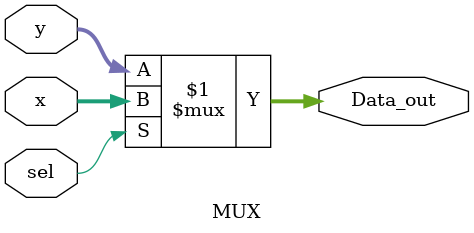
<source format=v>
module MUX
#(
	parameter DATA_WIDTH = 32
	
 )
	
(
	 input  [DATA_WIDTH-1:0] 	  x, y,
    input  								sel,
    output [DATA_WIDTH-1:0] Data_out
	 
);
	  
	 assign Data_out = sel ? x:y;
	 
endmodule

</source>
